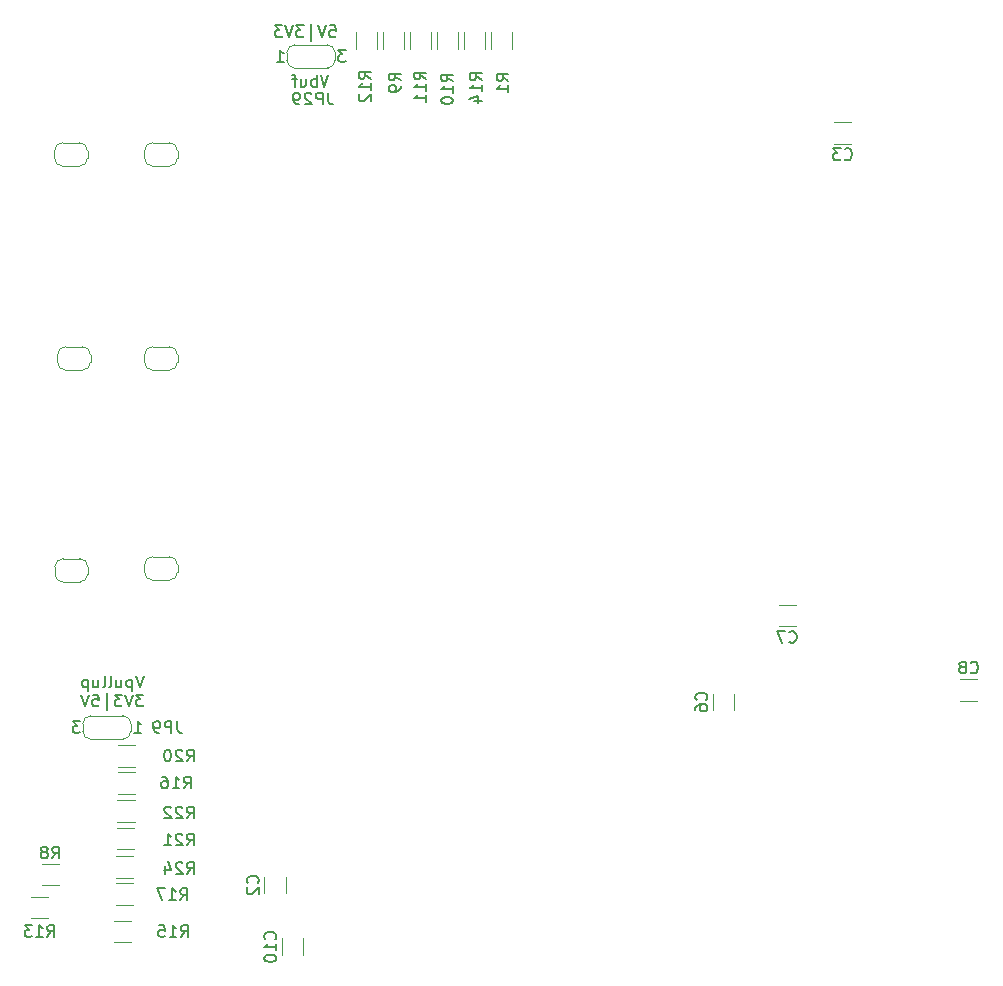
<source format=gbr>
%TF.GenerationSoftware,KiCad,Pcbnew,8.0.7-8.0.7-0~ubuntu22.04.1*%
%TF.CreationDate,2024-12-26T12:21:12+01:00*%
%TF.ProjectId,schematics_v10,73636865-6d61-4746-9963-735f7631302e,rev?*%
%TF.SameCoordinates,Original*%
%TF.FileFunction,Legend,Bot*%
%TF.FilePolarity,Positive*%
%FSLAX46Y46*%
G04 Gerber Fmt 4.6, Leading zero omitted, Abs format (unit mm)*
G04 Created by KiCad (PCBNEW 8.0.7-8.0.7-0~ubuntu22.04.1) date 2024-12-26 12:21:12*
%MOMM*%
%LPD*%
G01*
G04 APERTURE LIST*
%ADD10C,0.150000*%
%ADD11C,0.120000*%
G04 APERTURE END LIST*
D10*
X76768077Y-119687875D02*
X76434744Y-120687875D01*
X76434744Y-120687875D02*
X76101411Y-119687875D01*
X75768077Y-120021208D02*
X75768077Y-121021208D01*
X75768077Y-120068827D02*
X75672839Y-120021208D01*
X75672839Y-120021208D02*
X75482363Y-120021208D01*
X75482363Y-120021208D02*
X75387125Y-120068827D01*
X75387125Y-120068827D02*
X75339506Y-120116446D01*
X75339506Y-120116446D02*
X75291887Y-120211684D01*
X75291887Y-120211684D02*
X75291887Y-120497398D01*
X75291887Y-120497398D02*
X75339506Y-120592636D01*
X75339506Y-120592636D02*
X75387125Y-120640256D01*
X75387125Y-120640256D02*
X75482363Y-120687875D01*
X75482363Y-120687875D02*
X75672839Y-120687875D01*
X75672839Y-120687875D02*
X75768077Y-120640256D01*
X74434744Y-120021208D02*
X74434744Y-120687875D01*
X74863315Y-120021208D02*
X74863315Y-120545017D01*
X74863315Y-120545017D02*
X74815696Y-120640256D01*
X74815696Y-120640256D02*
X74720458Y-120687875D01*
X74720458Y-120687875D02*
X74577601Y-120687875D01*
X74577601Y-120687875D02*
X74482363Y-120640256D01*
X74482363Y-120640256D02*
X74434744Y-120592636D01*
X73815696Y-120687875D02*
X73910934Y-120640256D01*
X73910934Y-120640256D02*
X73958553Y-120545017D01*
X73958553Y-120545017D02*
X73958553Y-119687875D01*
X73291886Y-120687875D02*
X73387124Y-120640256D01*
X73387124Y-120640256D02*
X73434743Y-120545017D01*
X73434743Y-120545017D02*
X73434743Y-119687875D01*
X72482362Y-120021208D02*
X72482362Y-120687875D01*
X72910933Y-120021208D02*
X72910933Y-120545017D01*
X72910933Y-120545017D02*
X72863314Y-120640256D01*
X72863314Y-120640256D02*
X72768076Y-120687875D01*
X72768076Y-120687875D02*
X72625219Y-120687875D01*
X72625219Y-120687875D02*
X72529981Y-120640256D01*
X72529981Y-120640256D02*
X72482362Y-120592636D01*
X72006171Y-120021208D02*
X72006171Y-121021208D01*
X72006171Y-120068827D02*
X71910933Y-120021208D01*
X71910933Y-120021208D02*
X71720457Y-120021208D01*
X71720457Y-120021208D02*
X71625219Y-120068827D01*
X71625219Y-120068827D02*
X71577600Y-120116446D01*
X71577600Y-120116446D02*
X71529981Y-120211684D01*
X71529981Y-120211684D02*
X71529981Y-120497398D01*
X71529981Y-120497398D02*
X71577600Y-120592636D01*
X71577600Y-120592636D02*
X71625219Y-120640256D01*
X71625219Y-120640256D02*
X71720457Y-120687875D01*
X71720457Y-120687875D02*
X71910933Y-120687875D01*
X71910933Y-120687875D02*
X72006171Y-120640256D01*
X76720458Y-121297819D02*
X76101411Y-121297819D01*
X76101411Y-121297819D02*
X76434744Y-121678771D01*
X76434744Y-121678771D02*
X76291887Y-121678771D01*
X76291887Y-121678771D02*
X76196649Y-121726390D01*
X76196649Y-121726390D02*
X76149030Y-121774009D01*
X76149030Y-121774009D02*
X76101411Y-121869247D01*
X76101411Y-121869247D02*
X76101411Y-122107342D01*
X76101411Y-122107342D02*
X76149030Y-122202580D01*
X76149030Y-122202580D02*
X76196649Y-122250200D01*
X76196649Y-122250200D02*
X76291887Y-122297819D01*
X76291887Y-122297819D02*
X76577601Y-122297819D01*
X76577601Y-122297819D02*
X76672839Y-122250200D01*
X76672839Y-122250200D02*
X76720458Y-122202580D01*
X75815696Y-121297819D02*
X75482363Y-122297819D01*
X75482363Y-122297819D02*
X75149030Y-121297819D01*
X74910934Y-121297819D02*
X74291887Y-121297819D01*
X74291887Y-121297819D02*
X74625220Y-121678771D01*
X74625220Y-121678771D02*
X74482363Y-121678771D01*
X74482363Y-121678771D02*
X74387125Y-121726390D01*
X74387125Y-121726390D02*
X74339506Y-121774009D01*
X74339506Y-121774009D02*
X74291887Y-121869247D01*
X74291887Y-121869247D02*
X74291887Y-122107342D01*
X74291887Y-122107342D02*
X74339506Y-122202580D01*
X74339506Y-122202580D02*
X74387125Y-122250200D01*
X74387125Y-122250200D02*
X74482363Y-122297819D01*
X74482363Y-122297819D02*
X74768077Y-122297819D01*
X74768077Y-122297819D02*
X74863315Y-122250200D01*
X74863315Y-122250200D02*
X74910934Y-122202580D01*
X73625220Y-122631152D02*
X73625220Y-121202580D01*
X72434744Y-121297819D02*
X72910934Y-121297819D01*
X72910934Y-121297819D02*
X72958553Y-121774009D01*
X72958553Y-121774009D02*
X72910934Y-121726390D01*
X72910934Y-121726390D02*
X72815696Y-121678771D01*
X72815696Y-121678771D02*
X72577601Y-121678771D01*
X72577601Y-121678771D02*
X72482363Y-121726390D01*
X72482363Y-121726390D02*
X72434744Y-121774009D01*
X72434744Y-121774009D02*
X72387125Y-121869247D01*
X72387125Y-121869247D02*
X72387125Y-122107342D01*
X72387125Y-122107342D02*
X72434744Y-122202580D01*
X72434744Y-122202580D02*
X72482363Y-122250200D01*
X72482363Y-122250200D02*
X72577601Y-122297819D01*
X72577601Y-122297819D02*
X72815696Y-122297819D01*
X72815696Y-122297819D02*
X72910934Y-122250200D01*
X72910934Y-122250200D02*
X72958553Y-122202580D01*
X72101410Y-121297819D02*
X71768077Y-122297819D01*
X71768077Y-122297819D02*
X71434744Y-121297819D01*
X92389077Y-68846819D02*
X92055744Y-69846819D01*
X92055744Y-69846819D02*
X91722411Y-68846819D01*
X91389077Y-69846819D02*
X91389077Y-68846819D01*
X91389077Y-69227771D02*
X91293839Y-69180152D01*
X91293839Y-69180152D02*
X91103363Y-69180152D01*
X91103363Y-69180152D02*
X91008125Y-69227771D01*
X91008125Y-69227771D02*
X90960506Y-69275390D01*
X90960506Y-69275390D02*
X90912887Y-69370628D01*
X90912887Y-69370628D02*
X90912887Y-69656342D01*
X90912887Y-69656342D02*
X90960506Y-69751580D01*
X90960506Y-69751580D02*
X91008125Y-69799200D01*
X91008125Y-69799200D02*
X91103363Y-69846819D01*
X91103363Y-69846819D02*
X91293839Y-69846819D01*
X91293839Y-69846819D02*
X91389077Y-69799200D01*
X90055744Y-69180152D02*
X90055744Y-69846819D01*
X90484315Y-69180152D02*
X90484315Y-69703961D01*
X90484315Y-69703961D02*
X90436696Y-69799200D01*
X90436696Y-69799200D02*
X90341458Y-69846819D01*
X90341458Y-69846819D02*
X90198601Y-69846819D01*
X90198601Y-69846819D02*
X90103363Y-69799200D01*
X90103363Y-69799200D02*
X90055744Y-69751580D01*
X89722410Y-69180152D02*
X89341458Y-69180152D01*
X89579553Y-69846819D02*
X89579553Y-68989676D01*
X89579553Y-68989676D02*
X89531934Y-68894438D01*
X89531934Y-68894438D02*
X89436696Y-68846819D01*
X89436696Y-68846819D02*
X89341458Y-68846819D01*
X92486830Y-64636214D02*
X92963020Y-64636214D01*
X92963020Y-64636214D02*
X93010639Y-65112404D01*
X93010639Y-65112404D02*
X92963020Y-65064785D01*
X92963020Y-65064785D02*
X92867782Y-65017166D01*
X92867782Y-65017166D02*
X92629687Y-65017166D01*
X92629687Y-65017166D02*
X92534449Y-65064785D01*
X92534449Y-65064785D02*
X92486830Y-65112404D01*
X92486830Y-65112404D02*
X92439211Y-65207642D01*
X92439211Y-65207642D02*
X92439211Y-65445737D01*
X92439211Y-65445737D02*
X92486830Y-65540975D01*
X92486830Y-65540975D02*
X92534449Y-65588595D01*
X92534449Y-65588595D02*
X92629687Y-65636214D01*
X92629687Y-65636214D02*
X92867782Y-65636214D01*
X92867782Y-65636214D02*
X92963020Y-65588595D01*
X92963020Y-65588595D02*
X93010639Y-65540975D01*
X92153496Y-64636214D02*
X91820163Y-65636214D01*
X91820163Y-65636214D02*
X91486830Y-64636214D01*
X90915401Y-65969547D02*
X90915401Y-64540975D01*
X90296353Y-64636214D02*
X89677306Y-64636214D01*
X89677306Y-64636214D02*
X90010639Y-65017166D01*
X90010639Y-65017166D02*
X89867782Y-65017166D01*
X89867782Y-65017166D02*
X89772544Y-65064785D01*
X89772544Y-65064785D02*
X89724925Y-65112404D01*
X89724925Y-65112404D02*
X89677306Y-65207642D01*
X89677306Y-65207642D02*
X89677306Y-65445737D01*
X89677306Y-65445737D02*
X89724925Y-65540975D01*
X89724925Y-65540975D02*
X89772544Y-65588595D01*
X89772544Y-65588595D02*
X89867782Y-65636214D01*
X89867782Y-65636214D02*
X90153496Y-65636214D01*
X90153496Y-65636214D02*
X90248734Y-65588595D01*
X90248734Y-65588595D02*
X90296353Y-65540975D01*
X89391591Y-64636214D02*
X89058258Y-65636214D01*
X89058258Y-65636214D02*
X88724925Y-64636214D01*
X88486829Y-64636214D02*
X87867782Y-64636214D01*
X87867782Y-64636214D02*
X88201115Y-65017166D01*
X88201115Y-65017166D02*
X88058258Y-65017166D01*
X88058258Y-65017166D02*
X87963020Y-65064785D01*
X87963020Y-65064785D02*
X87915401Y-65112404D01*
X87915401Y-65112404D02*
X87867782Y-65207642D01*
X87867782Y-65207642D02*
X87867782Y-65445737D01*
X87867782Y-65445737D02*
X87915401Y-65540975D01*
X87915401Y-65540975D02*
X87963020Y-65588595D01*
X87963020Y-65588595D02*
X88058258Y-65636214D01*
X88058258Y-65636214D02*
X88343972Y-65636214D01*
X88343972Y-65636214D02*
X88439210Y-65588595D01*
X88439210Y-65588595D02*
X88486829Y-65540975D01*
X80144857Y-129232819D02*
X80478190Y-128756628D01*
X80716285Y-129232819D02*
X80716285Y-128232819D01*
X80716285Y-128232819D02*
X80335333Y-128232819D01*
X80335333Y-128232819D02*
X80240095Y-128280438D01*
X80240095Y-128280438D02*
X80192476Y-128328057D01*
X80192476Y-128328057D02*
X80144857Y-128423295D01*
X80144857Y-128423295D02*
X80144857Y-128566152D01*
X80144857Y-128566152D02*
X80192476Y-128661390D01*
X80192476Y-128661390D02*
X80240095Y-128709009D01*
X80240095Y-128709009D02*
X80335333Y-128756628D01*
X80335333Y-128756628D02*
X80716285Y-128756628D01*
X79192476Y-129232819D02*
X79763904Y-129232819D01*
X79478190Y-129232819D02*
X79478190Y-128232819D01*
X79478190Y-128232819D02*
X79573428Y-128375676D01*
X79573428Y-128375676D02*
X79668666Y-128470914D01*
X79668666Y-128470914D02*
X79763904Y-128518533D01*
X78335333Y-128232819D02*
X78525809Y-128232819D01*
X78525809Y-128232819D02*
X78621047Y-128280438D01*
X78621047Y-128280438D02*
X78668666Y-128328057D01*
X78668666Y-128328057D02*
X78763904Y-128470914D01*
X78763904Y-128470914D02*
X78811523Y-128661390D01*
X78811523Y-128661390D02*
X78811523Y-129042342D01*
X78811523Y-129042342D02*
X78763904Y-129137580D01*
X78763904Y-129137580D02*
X78716285Y-129185200D01*
X78716285Y-129185200D02*
X78621047Y-129232819D01*
X78621047Y-129232819D02*
X78430571Y-129232819D01*
X78430571Y-129232819D02*
X78335333Y-129185200D01*
X78335333Y-129185200D02*
X78287714Y-129137580D01*
X78287714Y-129137580D02*
X78240095Y-129042342D01*
X78240095Y-129042342D02*
X78240095Y-128804247D01*
X78240095Y-128804247D02*
X78287714Y-128709009D01*
X78287714Y-128709009D02*
X78335333Y-128661390D01*
X78335333Y-128661390D02*
X78430571Y-128613771D01*
X78430571Y-128613771D02*
X78621047Y-128613771D01*
X78621047Y-128613771D02*
X78716285Y-128661390D01*
X78716285Y-128661390D02*
X78763904Y-128709009D01*
X78763904Y-128709009D02*
X78811523Y-128804247D01*
X105353866Y-69267949D02*
X104877675Y-68934616D01*
X105353866Y-68696521D02*
X104353866Y-68696521D01*
X104353866Y-68696521D02*
X104353866Y-69077473D01*
X104353866Y-69077473D02*
X104401485Y-69172711D01*
X104401485Y-69172711D02*
X104449104Y-69220330D01*
X104449104Y-69220330D02*
X104544342Y-69267949D01*
X104544342Y-69267949D02*
X104687199Y-69267949D01*
X104687199Y-69267949D02*
X104782437Y-69220330D01*
X104782437Y-69220330D02*
X104830056Y-69172711D01*
X104830056Y-69172711D02*
X104877675Y-69077473D01*
X104877675Y-69077473D02*
X104877675Y-68696521D01*
X105353866Y-70220330D02*
X105353866Y-69648902D01*
X105353866Y-69934616D02*
X104353866Y-69934616D01*
X104353866Y-69934616D02*
X104496723Y-69839378D01*
X104496723Y-69839378D02*
X104591961Y-69744140D01*
X104591961Y-69744140D02*
X104639580Y-69648902D01*
X104687199Y-71077473D02*
X105353866Y-71077473D01*
X104306247Y-70839378D02*
X105020532Y-70601283D01*
X105020532Y-70601283D02*
X105020532Y-71220330D01*
X79856857Y-138713819D02*
X80190190Y-138237628D01*
X80428285Y-138713819D02*
X80428285Y-137713819D01*
X80428285Y-137713819D02*
X80047333Y-137713819D01*
X80047333Y-137713819D02*
X79952095Y-137761438D01*
X79952095Y-137761438D02*
X79904476Y-137809057D01*
X79904476Y-137809057D02*
X79856857Y-137904295D01*
X79856857Y-137904295D02*
X79856857Y-138047152D01*
X79856857Y-138047152D02*
X79904476Y-138142390D01*
X79904476Y-138142390D02*
X79952095Y-138190009D01*
X79952095Y-138190009D02*
X80047333Y-138237628D01*
X80047333Y-138237628D02*
X80428285Y-138237628D01*
X78904476Y-138713819D02*
X79475904Y-138713819D01*
X79190190Y-138713819D02*
X79190190Y-137713819D01*
X79190190Y-137713819D02*
X79285428Y-137856676D01*
X79285428Y-137856676D02*
X79380666Y-137951914D01*
X79380666Y-137951914D02*
X79475904Y-137999533D01*
X78571142Y-137713819D02*
X77904476Y-137713819D01*
X77904476Y-137713819D02*
X78333047Y-138713819D01*
X95958819Y-69155142D02*
X95482628Y-68821809D01*
X95958819Y-68583714D02*
X94958819Y-68583714D01*
X94958819Y-68583714D02*
X94958819Y-68964666D01*
X94958819Y-68964666D02*
X95006438Y-69059904D01*
X95006438Y-69059904D02*
X95054057Y-69107523D01*
X95054057Y-69107523D02*
X95149295Y-69155142D01*
X95149295Y-69155142D02*
X95292152Y-69155142D01*
X95292152Y-69155142D02*
X95387390Y-69107523D01*
X95387390Y-69107523D02*
X95435009Y-69059904D01*
X95435009Y-69059904D02*
X95482628Y-68964666D01*
X95482628Y-68964666D02*
X95482628Y-68583714D01*
X95958819Y-70107523D02*
X95958819Y-69536095D01*
X95958819Y-69821809D02*
X94958819Y-69821809D01*
X94958819Y-69821809D02*
X95101676Y-69726571D01*
X95101676Y-69726571D02*
X95196914Y-69631333D01*
X95196914Y-69631333D02*
X95244533Y-69536095D01*
X95054057Y-70488476D02*
X95006438Y-70536095D01*
X95006438Y-70536095D02*
X94958819Y-70631333D01*
X94958819Y-70631333D02*
X94958819Y-70869428D01*
X94958819Y-70869428D02*
X95006438Y-70964666D01*
X95006438Y-70964666D02*
X95054057Y-71012285D01*
X95054057Y-71012285D02*
X95149295Y-71059904D01*
X95149295Y-71059904D02*
X95244533Y-71059904D01*
X95244533Y-71059904D02*
X95387390Y-71012285D01*
X95387390Y-71012285D02*
X95958819Y-70440857D01*
X95958819Y-70440857D02*
X95958819Y-71059904D01*
X92368523Y-70320819D02*
X92368523Y-71035104D01*
X92368523Y-71035104D02*
X92416142Y-71177961D01*
X92416142Y-71177961D02*
X92511380Y-71273200D01*
X92511380Y-71273200D02*
X92654237Y-71320819D01*
X92654237Y-71320819D02*
X92749475Y-71320819D01*
X91892332Y-71320819D02*
X91892332Y-70320819D01*
X91892332Y-70320819D02*
X91511380Y-70320819D01*
X91511380Y-70320819D02*
X91416142Y-70368438D01*
X91416142Y-70368438D02*
X91368523Y-70416057D01*
X91368523Y-70416057D02*
X91320904Y-70511295D01*
X91320904Y-70511295D02*
X91320904Y-70654152D01*
X91320904Y-70654152D02*
X91368523Y-70749390D01*
X91368523Y-70749390D02*
X91416142Y-70797009D01*
X91416142Y-70797009D02*
X91511380Y-70844628D01*
X91511380Y-70844628D02*
X91892332Y-70844628D01*
X90939951Y-70416057D02*
X90892332Y-70368438D01*
X90892332Y-70368438D02*
X90797094Y-70320819D01*
X90797094Y-70320819D02*
X90558999Y-70320819D01*
X90558999Y-70320819D02*
X90463761Y-70368438D01*
X90463761Y-70368438D02*
X90416142Y-70416057D01*
X90416142Y-70416057D02*
X90368523Y-70511295D01*
X90368523Y-70511295D02*
X90368523Y-70606533D01*
X90368523Y-70606533D02*
X90416142Y-70749390D01*
X90416142Y-70749390D02*
X90987570Y-71320819D01*
X90987570Y-71320819D02*
X90368523Y-71320819D01*
X89892332Y-71320819D02*
X89701856Y-71320819D01*
X89701856Y-71320819D02*
X89606618Y-71273200D01*
X89606618Y-71273200D02*
X89558999Y-71225580D01*
X89558999Y-71225580D02*
X89463761Y-71082723D01*
X89463761Y-71082723D02*
X89416142Y-70892247D01*
X89416142Y-70892247D02*
X89416142Y-70511295D01*
X89416142Y-70511295D02*
X89463761Y-70416057D01*
X89463761Y-70416057D02*
X89511380Y-70368438D01*
X89511380Y-70368438D02*
X89606618Y-70320819D01*
X89606618Y-70320819D02*
X89797094Y-70320819D01*
X89797094Y-70320819D02*
X89892332Y-70368438D01*
X89892332Y-70368438D02*
X89939951Y-70416057D01*
X89939951Y-70416057D02*
X89987570Y-70511295D01*
X89987570Y-70511295D02*
X89987570Y-70749390D01*
X89987570Y-70749390D02*
X89939951Y-70844628D01*
X89939951Y-70844628D02*
X89892332Y-70892247D01*
X89892332Y-70892247D02*
X89797094Y-70939866D01*
X89797094Y-70939866D02*
X89606618Y-70939866D01*
X89606618Y-70939866D02*
X89511380Y-70892247D01*
X89511380Y-70892247D02*
X89463761Y-70844628D01*
X89463761Y-70844628D02*
X89416142Y-70749390D01*
X93850132Y-66719814D02*
X93231085Y-66719814D01*
X93231085Y-66719814D02*
X93564418Y-67100766D01*
X93564418Y-67100766D02*
X93421561Y-67100766D01*
X93421561Y-67100766D02*
X93326323Y-67148385D01*
X93326323Y-67148385D02*
X93278704Y-67196004D01*
X93278704Y-67196004D02*
X93231085Y-67291242D01*
X93231085Y-67291242D02*
X93231085Y-67529337D01*
X93231085Y-67529337D02*
X93278704Y-67624575D01*
X93278704Y-67624575D02*
X93326323Y-67672195D01*
X93326323Y-67672195D02*
X93421561Y-67719814D01*
X93421561Y-67719814D02*
X93707275Y-67719814D01*
X93707275Y-67719814D02*
X93802513Y-67672195D01*
X93802513Y-67672195D02*
X93850132Y-67624575D01*
X88031085Y-67719814D02*
X88602513Y-67719814D01*
X88316799Y-67719814D02*
X88316799Y-66719814D01*
X88316799Y-66719814D02*
X88412037Y-66862671D01*
X88412037Y-66862671D02*
X88507275Y-66957909D01*
X88507275Y-66957909D02*
X88602513Y-67005528D01*
X100657819Y-69207142D02*
X100181628Y-68873809D01*
X100657819Y-68635714D02*
X99657819Y-68635714D01*
X99657819Y-68635714D02*
X99657819Y-69016666D01*
X99657819Y-69016666D02*
X99705438Y-69111904D01*
X99705438Y-69111904D02*
X99753057Y-69159523D01*
X99753057Y-69159523D02*
X99848295Y-69207142D01*
X99848295Y-69207142D02*
X99991152Y-69207142D01*
X99991152Y-69207142D02*
X100086390Y-69159523D01*
X100086390Y-69159523D02*
X100134009Y-69111904D01*
X100134009Y-69111904D02*
X100181628Y-69016666D01*
X100181628Y-69016666D02*
X100181628Y-68635714D01*
X100657819Y-70159523D02*
X100657819Y-69588095D01*
X100657819Y-69873809D02*
X99657819Y-69873809D01*
X99657819Y-69873809D02*
X99800676Y-69778571D01*
X99800676Y-69778571D02*
X99895914Y-69683333D01*
X99895914Y-69683333D02*
X99943533Y-69588095D01*
X100657819Y-71111904D02*
X100657819Y-70540476D01*
X100657819Y-70826190D02*
X99657819Y-70826190D01*
X99657819Y-70826190D02*
X99800676Y-70730952D01*
X99800676Y-70730952D02*
X99895914Y-70635714D01*
X99895914Y-70635714D02*
X99943533Y-70540476D01*
X87866780Y-142001742D02*
X87914400Y-141954123D01*
X87914400Y-141954123D02*
X87962019Y-141811266D01*
X87962019Y-141811266D02*
X87962019Y-141716028D01*
X87962019Y-141716028D02*
X87914400Y-141573171D01*
X87914400Y-141573171D02*
X87819161Y-141477933D01*
X87819161Y-141477933D02*
X87723923Y-141430314D01*
X87723923Y-141430314D02*
X87533447Y-141382695D01*
X87533447Y-141382695D02*
X87390590Y-141382695D01*
X87390590Y-141382695D02*
X87200114Y-141430314D01*
X87200114Y-141430314D02*
X87104876Y-141477933D01*
X87104876Y-141477933D02*
X87009638Y-141573171D01*
X87009638Y-141573171D02*
X86962019Y-141716028D01*
X86962019Y-141716028D02*
X86962019Y-141811266D01*
X86962019Y-141811266D02*
X87009638Y-141954123D01*
X87009638Y-141954123D02*
X87057257Y-142001742D01*
X87962019Y-142954123D02*
X87962019Y-142382695D01*
X87962019Y-142668409D02*
X86962019Y-142668409D01*
X86962019Y-142668409D02*
X87104876Y-142573171D01*
X87104876Y-142573171D02*
X87200114Y-142477933D01*
X87200114Y-142477933D02*
X87247733Y-142382695D01*
X86962019Y-143573171D02*
X86962019Y-143668409D01*
X86962019Y-143668409D02*
X87009638Y-143763647D01*
X87009638Y-143763647D02*
X87057257Y-143811266D01*
X87057257Y-143811266D02*
X87152495Y-143858885D01*
X87152495Y-143858885D02*
X87342971Y-143906504D01*
X87342971Y-143906504D02*
X87581066Y-143906504D01*
X87581066Y-143906504D02*
X87771542Y-143858885D01*
X87771542Y-143858885D02*
X87866780Y-143811266D01*
X87866780Y-143811266D02*
X87914400Y-143763647D01*
X87914400Y-143763647D02*
X87962019Y-143668409D01*
X87962019Y-143668409D02*
X87962019Y-143573171D01*
X87962019Y-143573171D02*
X87914400Y-143477933D01*
X87914400Y-143477933D02*
X87866780Y-143430314D01*
X87866780Y-143430314D02*
X87771542Y-143382695D01*
X87771542Y-143382695D02*
X87581066Y-143335076D01*
X87581066Y-143335076D02*
X87342971Y-143335076D01*
X87342971Y-143335076D02*
X87152495Y-143382695D01*
X87152495Y-143382695D02*
X87057257Y-143430314D01*
X87057257Y-143430314D02*
X87009638Y-143477933D01*
X87009638Y-143477933D02*
X86962019Y-143573171D01*
X86393580Y-137247333D02*
X86441200Y-137199714D01*
X86441200Y-137199714D02*
X86488819Y-137056857D01*
X86488819Y-137056857D02*
X86488819Y-136961619D01*
X86488819Y-136961619D02*
X86441200Y-136818762D01*
X86441200Y-136818762D02*
X86345961Y-136723524D01*
X86345961Y-136723524D02*
X86250723Y-136675905D01*
X86250723Y-136675905D02*
X86060247Y-136628286D01*
X86060247Y-136628286D02*
X85917390Y-136628286D01*
X85917390Y-136628286D02*
X85726914Y-136675905D01*
X85726914Y-136675905D02*
X85631676Y-136723524D01*
X85631676Y-136723524D02*
X85536438Y-136818762D01*
X85536438Y-136818762D02*
X85488819Y-136961619D01*
X85488819Y-136961619D02*
X85488819Y-137056857D01*
X85488819Y-137056857D02*
X85536438Y-137199714D01*
X85536438Y-137199714D02*
X85584057Y-137247333D01*
X85584057Y-137628286D02*
X85536438Y-137675905D01*
X85536438Y-137675905D02*
X85488819Y-137771143D01*
X85488819Y-137771143D02*
X85488819Y-138009238D01*
X85488819Y-138009238D02*
X85536438Y-138104476D01*
X85536438Y-138104476D02*
X85584057Y-138152095D01*
X85584057Y-138152095D02*
X85679295Y-138199714D01*
X85679295Y-138199714D02*
X85774533Y-138199714D01*
X85774533Y-138199714D02*
X85917390Y-138152095D01*
X85917390Y-138152095D02*
X86488819Y-137580667D01*
X86488819Y-137580667D02*
X86488819Y-138199714D01*
X68587857Y-141805819D02*
X68921190Y-141329628D01*
X69159285Y-141805819D02*
X69159285Y-140805819D01*
X69159285Y-140805819D02*
X68778333Y-140805819D01*
X68778333Y-140805819D02*
X68683095Y-140853438D01*
X68683095Y-140853438D02*
X68635476Y-140901057D01*
X68635476Y-140901057D02*
X68587857Y-140996295D01*
X68587857Y-140996295D02*
X68587857Y-141139152D01*
X68587857Y-141139152D02*
X68635476Y-141234390D01*
X68635476Y-141234390D02*
X68683095Y-141282009D01*
X68683095Y-141282009D02*
X68778333Y-141329628D01*
X68778333Y-141329628D02*
X69159285Y-141329628D01*
X67635476Y-141805819D02*
X68206904Y-141805819D01*
X67921190Y-141805819D02*
X67921190Y-140805819D01*
X67921190Y-140805819D02*
X68016428Y-140948676D01*
X68016428Y-140948676D02*
X68111666Y-141043914D01*
X68111666Y-141043914D02*
X68206904Y-141091533D01*
X67302142Y-140805819D02*
X66683095Y-140805819D01*
X66683095Y-140805819D02*
X67016428Y-141186771D01*
X67016428Y-141186771D02*
X66873571Y-141186771D01*
X66873571Y-141186771D02*
X66778333Y-141234390D01*
X66778333Y-141234390D02*
X66730714Y-141282009D01*
X66730714Y-141282009D02*
X66683095Y-141377247D01*
X66683095Y-141377247D02*
X66683095Y-141615342D01*
X66683095Y-141615342D02*
X66730714Y-141710580D01*
X66730714Y-141710580D02*
X66778333Y-141758200D01*
X66778333Y-141758200D02*
X66873571Y-141805819D01*
X66873571Y-141805819D02*
X67159285Y-141805819D01*
X67159285Y-141805819D02*
X67254523Y-141758200D01*
X67254523Y-141758200D02*
X67302142Y-141710580D01*
X79573333Y-123533819D02*
X79573333Y-124248104D01*
X79573333Y-124248104D02*
X79620952Y-124390961D01*
X79620952Y-124390961D02*
X79716190Y-124486200D01*
X79716190Y-124486200D02*
X79859047Y-124533819D01*
X79859047Y-124533819D02*
X79954285Y-124533819D01*
X79097142Y-124533819D02*
X79097142Y-123533819D01*
X79097142Y-123533819D02*
X78716190Y-123533819D01*
X78716190Y-123533819D02*
X78620952Y-123581438D01*
X78620952Y-123581438D02*
X78573333Y-123629057D01*
X78573333Y-123629057D02*
X78525714Y-123724295D01*
X78525714Y-123724295D02*
X78525714Y-123867152D01*
X78525714Y-123867152D02*
X78573333Y-123962390D01*
X78573333Y-123962390D02*
X78620952Y-124010009D01*
X78620952Y-124010009D02*
X78716190Y-124057628D01*
X78716190Y-124057628D02*
X79097142Y-124057628D01*
X78049523Y-124533819D02*
X77859047Y-124533819D01*
X77859047Y-124533819D02*
X77763809Y-124486200D01*
X77763809Y-124486200D02*
X77716190Y-124438580D01*
X77716190Y-124438580D02*
X77620952Y-124295723D01*
X77620952Y-124295723D02*
X77573333Y-124105247D01*
X77573333Y-124105247D02*
X77573333Y-123724295D01*
X77573333Y-123724295D02*
X77620952Y-123629057D01*
X77620952Y-123629057D02*
X77668571Y-123581438D01*
X77668571Y-123581438D02*
X77763809Y-123533819D01*
X77763809Y-123533819D02*
X77954285Y-123533819D01*
X77954285Y-123533819D02*
X78049523Y-123581438D01*
X78049523Y-123581438D02*
X78097142Y-123629057D01*
X78097142Y-123629057D02*
X78144761Y-123724295D01*
X78144761Y-123724295D02*
X78144761Y-123962390D01*
X78144761Y-123962390D02*
X78097142Y-124057628D01*
X78097142Y-124057628D02*
X78049523Y-124105247D01*
X78049523Y-124105247D02*
X77954285Y-124152866D01*
X77954285Y-124152866D02*
X77763809Y-124152866D01*
X77763809Y-124152866D02*
X77668571Y-124105247D01*
X77668571Y-124105247D02*
X77620952Y-124057628D01*
X77620952Y-124057628D02*
X77573333Y-123962390D01*
X75944285Y-124533819D02*
X76515713Y-124533819D01*
X76229999Y-124533819D02*
X76229999Y-123533819D01*
X76229999Y-123533819D02*
X76325237Y-123676676D01*
X76325237Y-123676676D02*
X76420475Y-123771914D01*
X76420475Y-123771914D02*
X76515713Y-123819533D01*
X71363332Y-123533819D02*
X70744285Y-123533819D01*
X70744285Y-123533819D02*
X71077618Y-123914771D01*
X71077618Y-123914771D02*
X70934761Y-123914771D01*
X70934761Y-123914771D02*
X70839523Y-123962390D01*
X70839523Y-123962390D02*
X70791904Y-124010009D01*
X70791904Y-124010009D02*
X70744285Y-124105247D01*
X70744285Y-124105247D02*
X70744285Y-124343342D01*
X70744285Y-124343342D02*
X70791904Y-124438580D01*
X70791904Y-124438580D02*
X70839523Y-124486200D01*
X70839523Y-124486200D02*
X70934761Y-124533819D01*
X70934761Y-124533819D02*
X71220475Y-124533819D01*
X71220475Y-124533819D02*
X71315713Y-124486200D01*
X71315713Y-124486200D02*
X71363332Y-124438580D01*
X80398857Y-126946819D02*
X80732190Y-126470628D01*
X80970285Y-126946819D02*
X80970285Y-125946819D01*
X80970285Y-125946819D02*
X80589333Y-125946819D01*
X80589333Y-125946819D02*
X80494095Y-125994438D01*
X80494095Y-125994438D02*
X80446476Y-126042057D01*
X80446476Y-126042057D02*
X80398857Y-126137295D01*
X80398857Y-126137295D02*
X80398857Y-126280152D01*
X80398857Y-126280152D02*
X80446476Y-126375390D01*
X80446476Y-126375390D02*
X80494095Y-126423009D01*
X80494095Y-126423009D02*
X80589333Y-126470628D01*
X80589333Y-126470628D02*
X80970285Y-126470628D01*
X80017904Y-126042057D02*
X79970285Y-125994438D01*
X79970285Y-125994438D02*
X79875047Y-125946819D01*
X79875047Y-125946819D02*
X79636952Y-125946819D01*
X79636952Y-125946819D02*
X79541714Y-125994438D01*
X79541714Y-125994438D02*
X79494095Y-126042057D01*
X79494095Y-126042057D02*
X79446476Y-126137295D01*
X79446476Y-126137295D02*
X79446476Y-126232533D01*
X79446476Y-126232533D02*
X79494095Y-126375390D01*
X79494095Y-126375390D02*
X80065523Y-126946819D01*
X80065523Y-126946819D02*
X79446476Y-126946819D01*
X78827428Y-125946819D02*
X78732190Y-125946819D01*
X78732190Y-125946819D02*
X78636952Y-125994438D01*
X78636952Y-125994438D02*
X78589333Y-126042057D01*
X78589333Y-126042057D02*
X78541714Y-126137295D01*
X78541714Y-126137295D02*
X78494095Y-126327771D01*
X78494095Y-126327771D02*
X78494095Y-126565866D01*
X78494095Y-126565866D02*
X78541714Y-126756342D01*
X78541714Y-126756342D02*
X78589333Y-126851580D01*
X78589333Y-126851580D02*
X78636952Y-126899200D01*
X78636952Y-126899200D02*
X78732190Y-126946819D01*
X78732190Y-126946819D02*
X78827428Y-126946819D01*
X78827428Y-126946819D02*
X78922666Y-126899200D01*
X78922666Y-126899200D02*
X78970285Y-126851580D01*
X78970285Y-126851580D02*
X79017904Y-126756342D01*
X79017904Y-126756342D02*
X79065523Y-126565866D01*
X79065523Y-126565866D02*
X79065523Y-126327771D01*
X79065523Y-126327771D02*
X79017904Y-126137295D01*
X79017904Y-126137295D02*
X78970285Y-126042057D01*
X78970285Y-126042057D02*
X78922666Y-125994438D01*
X78922666Y-125994438D02*
X78827428Y-125946819D01*
X80398857Y-131772819D02*
X80732190Y-131296628D01*
X80970285Y-131772819D02*
X80970285Y-130772819D01*
X80970285Y-130772819D02*
X80589333Y-130772819D01*
X80589333Y-130772819D02*
X80494095Y-130820438D01*
X80494095Y-130820438D02*
X80446476Y-130868057D01*
X80446476Y-130868057D02*
X80398857Y-130963295D01*
X80398857Y-130963295D02*
X80398857Y-131106152D01*
X80398857Y-131106152D02*
X80446476Y-131201390D01*
X80446476Y-131201390D02*
X80494095Y-131249009D01*
X80494095Y-131249009D02*
X80589333Y-131296628D01*
X80589333Y-131296628D02*
X80970285Y-131296628D01*
X80017904Y-130868057D02*
X79970285Y-130820438D01*
X79970285Y-130820438D02*
X79875047Y-130772819D01*
X79875047Y-130772819D02*
X79636952Y-130772819D01*
X79636952Y-130772819D02*
X79541714Y-130820438D01*
X79541714Y-130820438D02*
X79494095Y-130868057D01*
X79494095Y-130868057D02*
X79446476Y-130963295D01*
X79446476Y-130963295D02*
X79446476Y-131058533D01*
X79446476Y-131058533D02*
X79494095Y-131201390D01*
X79494095Y-131201390D02*
X80065523Y-131772819D01*
X80065523Y-131772819D02*
X79446476Y-131772819D01*
X79065523Y-130868057D02*
X79017904Y-130820438D01*
X79017904Y-130820438D02*
X78922666Y-130772819D01*
X78922666Y-130772819D02*
X78684571Y-130772819D01*
X78684571Y-130772819D02*
X78589333Y-130820438D01*
X78589333Y-130820438D02*
X78541714Y-130868057D01*
X78541714Y-130868057D02*
X78494095Y-130963295D01*
X78494095Y-130963295D02*
X78494095Y-131058533D01*
X78494095Y-131058533D02*
X78541714Y-131201390D01*
X78541714Y-131201390D02*
X79113142Y-131772819D01*
X79113142Y-131772819D02*
X78494095Y-131772819D01*
X80398857Y-136471819D02*
X80732190Y-135995628D01*
X80970285Y-136471819D02*
X80970285Y-135471819D01*
X80970285Y-135471819D02*
X80589333Y-135471819D01*
X80589333Y-135471819D02*
X80494095Y-135519438D01*
X80494095Y-135519438D02*
X80446476Y-135567057D01*
X80446476Y-135567057D02*
X80398857Y-135662295D01*
X80398857Y-135662295D02*
X80398857Y-135805152D01*
X80398857Y-135805152D02*
X80446476Y-135900390D01*
X80446476Y-135900390D02*
X80494095Y-135948009D01*
X80494095Y-135948009D02*
X80589333Y-135995628D01*
X80589333Y-135995628D02*
X80970285Y-135995628D01*
X80017904Y-135567057D02*
X79970285Y-135519438D01*
X79970285Y-135519438D02*
X79875047Y-135471819D01*
X79875047Y-135471819D02*
X79636952Y-135471819D01*
X79636952Y-135471819D02*
X79541714Y-135519438D01*
X79541714Y-135519438D02*
X79494095Y-135567057D01*
X79494095Y-135567057D02*
X79446476Y-135662295D01*
X79446476Y-135662295D02*
X79446476Y-135757533D01*
X79446476Y-135757533D02*
X79494095Y-135900390D01*
X79494095Y-135900390D02*
X80065523Y-136471819D01*
X80065523Y-136471819D02*
X79446476Y-136471819D01*
X78589333Y-135805152D02*
X78589333Y-136471819D01*
X78827428Y-135424200D02*
X79065523Y-136138485D01*
X79065523Y-136138485D02*
X78446476Y-136138485D01*
X80398857Y-134058819D02*
X80732190Y-133582628D01*
X80970285Y-134058819D02*
X80970285Y-133058819D01*
X80970285Y-133058819D02*
X80589333Y-133058819D01*
X80589333Y-133058819D02*
X80494095Y-133106438D01*
X80494095Y-133106438D02*
X80446476Y-133154057D01*
X80446476Y-133154057D02*
X80398857Y-133249295D01*
X80398857Y-133249295D02*
X80398857Y-133392152D01*
X80398857Y-133392152D02*
X80446476Y-133487390D01*
X80446476Y-133487390D02*
X80494095Y-133535009D01*
X80494095Y-133535009D02*
X80589333Y-133582628D01*
X80589333Y-133582628D02*
X80970285Y-133582628D01*
X80017904Y-133154057D02*
X79970285Y-133106438D01*
X79970285Y-133106438D02*
X79875047Y-133058819D01*
X79875047Y-133058819D02*
X79636952Y-133058819D01*
X79636952Y-133058819D02*
X79541714Y-133106438D01*
X79541714Y-133106438D02*
X79494095Y-133154057D01*
X79494095Y-133154057D02*
X79446476Y-133249295D01*
X79446476Y-133249295D02*
X79446476Y-133344533D01*
X79446476Y-133344533D02*
X79494095Y-133487390D01*
X79494095Y-133487390D02*
X80065523Y-134058819D01*
X80065523Y-134058819D02*
X79446476Y-134058819D01*
X78494095Y-134058819D02*
X79065523Y-134058819D01*
X78779809Y-134058819D02*
X78779809Y-133058819D01*
X78779809Y-133058819D02*
X78875047Y-133201676D01*
X78875047Y-133201676D02*
X78970285Y-133296914D01*
X78970285Y-133296914D02*
X79065523Y-133344533D01*
X107633355Y-69337140D02*
X107157164Y-69003807D01*
X107633355Y-68765712D02*
X106633355Y-68765712D01*
X106633355Y-68765712D02*
X106633355Y-69146664D01*
X106633355Y-69146664D02*
X106680974Y-69241902D01*
X106680974Y-69241902D02*
X106728593Y-69289521D01*
X106728593Y-69289521D02*
X106823831Y-69337140D01*
X106823831Y-69337140D02*
X106966688Y-69337140D01*
X106966688Y-69337140D02*
X107061926Y-69289521D01*
X107061926Y-69289521D02*
X107109545Y-69241902D01*
X107109545Y-69241902D02*
X107157164Y-69146664D01*
X107157164Y-69146664D02*
X107157164Y-68765712D01*
X107633355Y-70289521D02*
X107633355Y-69718093D01*
X107633355Y-70003807D02*
X106633355Y-70003807D01*
X106633355Y-70003807D02*
X106776212Y-69908569D01*
X106776212Y-69908569D02*
X106871450Y-69813331D01*
X106871450Y-69813331D02*
X106919069Y-69718093D01*
X131406666Y-116814380D02*
X131454285Y-116862000D01*
X131454285Y-116862000D02*
X131597142Y-116909619D01*
X131597142Y-116909619D02*
X131692380Y-116909619D01*
X131692380Y-116909619D02*
X131835237Y-116862000D01*
X131835237Y-116862000D02*
X131930475Y-116766761D01*
X131930475Y-116766761D02*
X131978094Y-116671523D01*
X131978094Y-116671523D02*
X132025713Y-116481047D01*
X132025713Y-116481047D02*
X132025713Y-116338190D01*
X132025713Y-116338190D02*
X131978094Y-116147714D01*
X131978094Y-116147714D02*
X131930475Y-116052476D01*
X131930475Y-116052476D02*
X131835237Y-115957238D01*
X131835237Y-115957238D02*
X131692380Y-115909619D01*
X131692380Y-115909619D02*
X131597142Y-115909619D01*
X131597142Y-115909619D02*
X131454285Y-115957238D01*
X131454285Y-115957238D02*
X131406666Y-116004857D01*
X131073332Y-115909619D02*
X130406666Y-115909619D01*
X130406666Y-115909619D02*
X130835237Y-116909619D01*
X79890857Y-141805819D02*
X80224190Y-141329628D01*
X80462285Y-141805819D02*
X80462285Y-140805819D01*
X80462285Y-140805819D02*
X80081333Y-140805819D01*
X80081333Y-140805819D02*
X79986095Y-140853438D01*
X79986095Y-140853438D02*
X79938476Y-140901057D01*
X79938476Y-140901057D02*
X79890857Y-140996295D01*
X79890857Y-140996295D02*
X79890857Y-141139152D01*
X79890857Y-141139152D02*
X79938476Y-141234390D01*
X79938476Y-141234390D02*
X79986095Y-141282009D01*
X79986095Y-141282009D02*
X80081333Y-141329628D01*
X80081333Y-141329628D02*
X80462285Y-141329628D01*
X78938476Y-141805819D02*
X79509904Y-141805819D01*
X79224190Y-141805819D02*
X79224190Y-140805819D01*
X79224190Y-140805819D02*
X79319428Y-140948676D01*
X79319428Y-140948676D02*
X79414666Y-141043914D01*
X79414666Y-141043914D02*
X79509904Y-141091533D01*
X78033714Y-140805819D02*
X78509904Y-140805819D01*
X78509904Y-140805819D02*
X78557523Y-141282009D01*
X78557523Y-141282009D02*
X78509904Y-141234390D01*
X78509904Y-141234390D02*
X78414666Y-141186771D01*
X78414666Y-141186771D02*
X78176571Y-141186771D01*
X78176571Y-141186771D02*
X78081333Y-141234390D01*
X78081333Y-141234390D02*
X78033714Y-141282009D01*
X78033714Y-141282009D02*
X77986095Y-141377247D01*
X77986095Y-141377247D02*
X77986095Y-141615342D01*
X77986095Y-141615342D02*
X78033714Y-141710580D01*
X78033714Y-141710580D02*
X78081333Y-141758200D01*
X78081333Y-141758200D02*
X78176571Y-141805819D01*
X78176571Y-141805819D02*
X78414666Y-141805819D01*
X78414666Y-141805819D02*
X78509904Y-141758200D01*
X78509904Y-141758200D02*
X78557523Y-141710580D01*
X146775466Y-119413580D02*
X146823085Y-119461200D01*
X146823085Y-119461200D02*
X146965942Y-119508819D01*
X146965942Y-119508819D02*
X147061180Y-119508819D01*
X147061180Y-119508819D02*
X147204037Y-119461200D01*
X147204037Y-119461200D02*
X147299275Y-119365961D01*
X147299275Y-119365961D02*
X147346894Y-119270723D01*
X147346894Y-119270723D02*
X147394513Y-119080247D01*
X147394513Y-119080247D02*
X147394513Y-118937390D01*
X147394513Y-118937390D02*
X147346894Y-118746914D01*
X147346894Y-118746914D02*
X147299275Y-118651676D01*
X147299275Y-118651676D02*
X147204037Y-118556438D01*
X147204037Y-118556438D02*
X147061180Y-118508819D01*
X147061180Y-118508819D02*
X146965942Y-118508819D01*
X146965942Y-118508819D02*
X146823085Y-118556438D01*
X146823085Y-118556438D02*
X146775466Y-118604057D01*
X146204037Y-118937390D02*
X146299275Y-118889771D01*
X146299275Y-118889771D02*
X146346894Y-118842152D01*
X146346894Y-118842152D02*
X146394513Y-118746914D01*
X146394513Y-118746914D02*
X146394513Y-118699295D01*
X146394513Y-118699295D02*
X146346894Y-118604057D01*
X146346894Y-118604057D02*
X146299275Y-118556438D01*
X146299275Y-118556438D02*
X146204037Y-118508819D01*
X146204037Y-118508819D02*
X146013561Y-118508819D01*
X146013561Y-118508819D02*
X145918323Y-118556438D01*
X145918323Y-118556438D02*
X145870704Y-118604057D01*
X145870704Y-118604057D02*
X145823085Y-118699295D01*
X145823085Y-118699295D02*
X145823085Y-118746914D01*
X145823085Y-118746914D02*
X145870704Y-118842152D01*
X145870704Y-118842152D02*
X145918323Y-118889771D01*
X145918323Y-118889771D02*
X146013561Y-118937390D01*
X146013561Y-118937390D02*
X146204037Y-118937390D01*
X146204037Y-118937390D02*
X146299275Y-118985009D01*
X146299275Y-118985009D02*
X146346894Y-119032628D01*
X146346894Y-119032628D02*
X146394513Y-119127866D01*
X146394513Y-119127866D02*
X146394513Y-119318342D01*
X146394513Y-119318342D02*
X146346894Y-119413580D01*
X146346894Y-119413580D02*
X146299275Y-119461200D01*
X146299275Y-119461200D02*
X146204037Y-119508819D01*
X146204037Y-119508819D02*
X146013561Y-119508819D01*
X146013561Y-119508819D02*
X145918323Y-119461200D01*
X145918323Y-119461200D02*
X145870704Y-119413580D01*
X145870704Y-119413580D02*
X145823085Y-119318342D01*
X145823085Y-119318342D02*
X145823085Y-119127866D01*
X145823085Y-119127866D02*
X145870704Y-119032628D01*
X145870704Y-119032628D02*
X145918323Y-118985009D01*
X145918323Y-118985009D02*
X146013561Y-118937390D01*
X136087666Y-75951575D02*
X136135285Y-75999195D01*
X136135285Y-75999195D02*
X136278142Y-76046814D01*
X136278142Y-76046814D02*
X136373380Y-76046814D01*
X136373380Y-76046814D02*
X136516237Y-75999195D01*
X136516237Y-75999195D02*
X136611475Y-75903956D01*
X136611475Y-75903956D02*
X136659094Y-75808718D01*
X136659094Y-75808718D02*
X136706713Y-75618242D01*
X136706713Y-75618242D02*
X136706713Y-75475385D01*
X136706713Y-75475385D02*
X136659094Y-75284909D01*
X136659094Y-75284909D02*
X136611475Y-75189671D01*
X136611475Y-75189671D02*
X136516237Y-75094433D01*
X136516237Y-75094433D02*
X136373380Y-75046814D01*
X136373380Y-75046814D02*
X136278142Y-75046814D01*
X136278142Y-75046814D02*
X136135285Y-75094433D01*
X136135285Y-75094433D02*
X136087666Y-75142052D01*
X135754332Y-75046814D02*
X135135285Y-75046814D01*
X135135285Y-75046814D02*
X135468618Y-75427766D01*
X135468618Y-75427766D02*
X135325761Y-75427766D01*
X135325761Y-75427766D02*
X135230523Y-75475385D01*
X135230523Y-75475385D02*
X135182904Y-75523004D01*
X135182904Y-75523004D02*
X135135285Y-75618242D01*
X135135285Y-75618242D02*
X135135285Y-75856337D01*
X135135285Y-75856337D02*
X135182904Y-75951575D01*
X135182904Y-75951575D02*
X135230523Y-75999195D01*
X135230523Y-75999195D02*
X135325761Y-76046814D01*
X135325761Y-76046814D02*
X135611475Y-76046814D01*
X135611475Y-76046814D02*
X135706713Y-75999195D01*
X135706713Y-75999195D02*
X135754332Y-75951575D01*
X69000666Y-135159819D02*
X69333999Y-134683628D01*
X69572094Y-135159819D02*
X69572094Y-134159819D01*
X69572094Y-134159819D02*
X69191142Y-134159819D01*
X69191142Y-134159819D02*
X69095904Y-134207438D01*
X69095904Y-134207438D02*
X69048285Y-134255057D01*
X69048285Y-134255057D02*
X69000666Y-134350295D01*
X69000666Y-134350295D02*
X69000666Y-134493152D01*
X69000666Y-134493152D02*
X69048285Y-134588390D01*
X69048285Y-134588390D02*
X69095904Y-134636009D01*
X69095904Y-134636009D02*
X69191142Y-134683628D01*
X69191142Y-134683628D02*
X69572094Y-134683628D01*
X68429237Y-134588390D02*
X68524475Y-134540771D01*
X68524475Y-134540771D02*
X68572094Y-134493152D01*
X68572094Y-134493152D02*
X68619713Y-134397914D01*
X68619713Y-134397914D02*
X68619713Y-134350295D01*
X68619713Y-134350295D02*
X68572094Y-134255057D01*
X68572094Y-134255057D02*
X68524475Y-134207438D01*
X68524475Y-134207438D02*
X68429237Y-134159819D01*
X68429237Y-134159819D02*
X68238761Y-134159819D01*
X68238761Y-134159819D02*
X68143523Y-134207438D01*
X68143523Y-134207438D02*
X68095904Y-134255057D01*
X68095904Y-134255057D02*
X68048285Y-134350295D01*
X68048285Y-134350295D02*
X68048285Y-134397914D01*
X68048285Y-134397914D02*
X68095904Y-134493152D01*
X68095904Y-134493152D02*
X68143523Y-134540771D01*
X68143523Y-134540771D02*
X68238761Y-134588390D01*
X68238761Y-134588390D02*
X68429237Y-134588390D01*
X68429237Y-134588390D02*
X68524475Y-134636009D01*
X68524475Y-134636009D02*
X68572094Y-134683628D01*
X68572094Y-134683628D02*
X68619713Y-134778866D01*
X68619713Y-134778866D02*
X68619713Y-134969342D01*
X68619713Y-134969342D02*
X68572094Y-135064580D01*
X68572094Y-135064580D02*
X68524475Y-135112200D01*
X68524475Y-135112200D02*
X68429237Y-135159819D01*
X68429237Y-135159819D02*
X68238761Y-135159819D01*
X68238761Y-135159819D02*
X68143523Y-135112200D01*
X68143523Y-135112200D02*
X68095904Y-135064580D01*
X68095904Y-135064580D02*
X68048285Y-134969342D01*
X68048285Y-134969342D02*
X68048285Y-134778866D01*
X68048285Y-134778866D02*
X68095904Y-134683628D01*
X68095904Y-134683628D02*
X68143523Y-134636009D01*
X68143523Y-134636009D02*
X68238761Y-134588390D01*
X102943819Y-69386142D02*
X102467628Y-69052809D01*
X102943819Y-68814714D02*
X101943819Y-68814714D01*
X101943819Y-68814714D02*
X101943819Y-69195666D01*
X101943819Y-69195666D02*
X101991438Y-69290904D01*
X101991438Y-69290904D02*
X102039057Y-69338523D01*
X102039057Y-69338523D02*
X102134295Y-69386142D01*
X102134295Y-69386142D02*
X102277152Y-69386142D01*
X102277152Y-69386142D02*
X102372390Y-69338523D01*
X102372390Y-69338523D02*
X102420009Y-69290904D01*
X102420009Y-69290904D02*
X102467628Y-69195666D01*
X102467628Y-69195666D02*
X102467628Y-68814714D01*
X102943819Y-70338523D02*
X102943819Y-69767095D01*
X102943819Y-70052809D02*
X101943819Y-70052809D01*
X101943819Y-70052809D02*
X102086676Y-69957571D01*
X102086676Y-69957571D02*
X102181914Y-69862333D01*
X102181914Y-69862333D02*
X102229533Y-69767095D01*
X101943819Y-70957571D02*
X101943819Y-71052809D01*
X101943819Y-71052809D02*
X101991438Y-71148047D01*
X101991438Y-71148047D02*
X102039057Y-71195666D01*
X102039057Y-71195666D02*
X102134295Y-71243285D01*
X102134295Y-71243285D02*
X102324771Y-71290904D01*
X102324771Y-71290904D02*
X102562866Y-71290904D01*
X102562866Y-71290904D02*
X102753342Y-71243285D01*
X102753342Y-71243285D02*
X102848580Y-71195666D01*
X102848580Y-71195666D02*
X102896200Y-71148047D01*
X102896200Y-71148047D02*
X102943819Y-71052809D01*
X102943819Y-71052809D02*
X102943819Y-70957571D01*
X102943819Y-70957571D02*
X102896200Y-70862333D01*
X102896200Y-70862333D02*
X102848580Y-70814714D01*
X102848580Y-70814714D02*
X102753342Y-70767095D01*
X102753342Y-70767095D02*
X102562866Y-70719476D01*
X102562866Y-70719476D02*
X102324771Y-70719476D01*
X102324771Y-70719476D02*
X102134295Y-70767095D01*
X102134295Y-70767095D02*
X102039057Y-70814714D01*
X102039057Y-70814714D02*
X101991438Y-70862333D01*
X101991438Y-70862333D02*
X101943819Y-70957571D01*
X98498819Y-69302333D02*
X98022628Y-68969000D01*
X98498819Y-68730905D02*
X97498819Y-68730905D01*
X97498819Y-68730905D02*
X97498819Y-69111857D01*
X97498819Y-69111857D02*
X97546438Y-69207095D01*
X97546438Y-69207095D02*
X97594057Y-69254714D01*
X97594057Y-69254714D02*
X97689295Y-69302333D01*
X97689295Y-69302333D02*
X97832152Y-69302333D01*
X97832152Y-69302333D02*
X97927390Y-69254714D01*
X97927390Y-69254714D02*
X97975009Y-69207095D01*
X97975009Y-69207095D02*
X98022628Y-69111857D01*
X98022628Y-69111857D02*
X98022628Y-68730905D01*
X98498819Y-69778524D02*
X98498819Y-69969000D01*
X98498819Y-69969000D02*
X98451200Y-70064238D01*
X98451200Y-70064238D02*
X98403580Y-70111857D01*
X98403580Y-70111857D02*
X98260723Y-70207095D01*
X98260723Y-70207095D02*
X98070247Y-70254714D01*
X98070247Y-70254714D02*
X97689295Y-70254714D01*
X97689295Y-70254714D02*
X97594057Y-70207095D01*
X97594057Y-70207095D02*
X97546438Y-70159476D01*
X97546438Y-70159476D02*
X97498819Y-70064238D01*
X97498819Y-70064238D02*
X97498819Y-69873762D01*
X97498819Y-69873762D02*
X97546438Y-69778524D01*
X97546438Y-69778524D02*
X97594057Y-69730905D01*
X97594057Y-69730905D02*
X97689295Y-69683286D01*
X97689295Y-69683286D02*
X97927390Y-69683286D01*
X97927390Y-69683286D02*
X98022628Y-69730905D01*
X98022628Y-69730905D02*
X98070247Y-69778524D01*
X98070247Y-69778524D02*
X98117866Y-69873762D01*
X98117866Y-69873762D02*
X98117866Y-70064238D01*
X98117866Y-70064238D02*
X98070247Y-70159476D01*
X98070247Y-70159476D02*
X98022628Y-70207095D01*
X98022628Y-70207095D02*
X97927390Y-70254714D01*
X124366580Y-121755133D02*
X124414200Y-121707514D01*
X124414200Y-121707514D02*
X124461819Y-121564657D01*
X124461819Y-121564657D02*
X124461819Y-121469419D01*
X124461819Y-121469419D02*
X124414200Y-121326562D01*
X124414200Y-121326562D02*
X124318961Y-121231324D01*
X124318961Y-121231324D02*
X124223723Y-121183705D01*
X124223723Y-121183705D02*
X124033247Y-121136086D01*
X124033247Y-121136086D02*
X123890390Y-121136086D01*
X123890390Y-121136086D02*
X123699914Y-121183705D01*
X123699914Y-121183705D02*
X123604676Y-121231324D01*
X123604676Y-121231324D02*
X123509438Y-121326562D01*
X123509438Y-121326562D02*
X123461819Y-121469419D01*
X123461819Y-121469419D02*
X123461819Y-121564657D01*
X123461819Y-121564657D02*
X123509438Y-121707514D01*
X123509438Y-121707514D02*
X123557057Y-121755133D01*
X123461819Y-122612276D02*
X123461819Y-122421800D01*
X123461819Y-122421800D02*
X123509438Y-122326562D01*
X123509438Y-122326562D02*
X123557057Y-122278943D01*
X123557057Y-122278943D02*
X123699914Y-122183705D01*
X123699914Y-122183705D02*
X123890390Y-122136086D01*
X123890390Y-122136086D02*
X124271342Y-122136086D01*
X124271342Y-122136086D02*
X124366580Y-122183705D01*
X124366580Y-122183705D02*
X124414200Y-122231324D01*
X124414200Y-122231324D02*
X124461819Y-122326562D01*
X124461819Y-122326562D02*
X124461819Y-122517038D01*
X124461819Y-122517038D02*
X124414200Y-122612276D01*
X124414200Y-122612276D02*
X124366580Y-122659895D01*
X124366580Y-122659895D02*
X124271342Y-122707514D01*
X124271342Y-122707514D02*
X124033247Y-122707514D01*
X124033247Y-122707514D02*
X123938009Y-122659895D01*
X123938009Y-122659895D02*
X123890390Y-122612276D01*
X123890390Y-122612276D02*
X123842771Y-122517038D01*
X123842771Y-122517038D02*
X123842771Y-122326562D01*
X123842771Y-122326562D02*
X123890390Y-122231324D01*
X123890390Y-122231324D02*
X123938009Y-122183705D01*
X123938009Y-122183705D02*
X124033247Y-122136086D01*
D11*
%TO.C,R16*%
X76012064Y-129688000D02*
X74557936Y-129688000D01*
X76012064Y-127868000D02*
X74557936Y-127868000D01*
%TO.C,R14*%
X103862047Y-66674871D02*
X103862047Y-65220743D01*
X105682047Y-66674871D02*
X105682047Y-65220743D01*
%TO.C,R17*%
X75885064Y-139086000D02*
X74430936Y-139086000D01*
X75885064Y-137266000D02*
X74430936Y-137266000D01*
%TO.C,R12*%
X94721000Y-66614064D02*
X94721000Y-65159936D01*
X96541000Y-66614064D02*
X96541000Y-65159936D01*
%TO.C,JP29*%
X88866800Y-66964995D02*
X88866800Y-67564995D01*
X89516800Y-68264995D02*
X92316800Y-68264995D01*
X92316800Y-66264995D02*
X89516800Y-66264995D01*
X92966800Y-67564995D02*
X92966800Y-66964995D01*
X88866800Y-66964995D02*
G75*
G02*
X89566800Y-66264995I699999J1D01*
G01*
X89566800Y-68264995D02*
G75*
G02*
X88866800Y-67564995I-1J699999D01*
G01*
X92266800Y-66264995D02*
G75*
G02*
X92966800Y-66964995I0J-700000D01*
G01*
X92966800Y-67564995D02*
G75*
G02*
X92266800Y-68264995I-700000J0D01*
G01*
%TO.C,R11*%
X101115096Y-65221560D02*
X101115096Y-66675688D01*
X99295096Y-65221560D02*
X99295096Y-66675688D01*
%TO.C,C10*%
X88447200Y-143355852D02*
X88447200Y-141933348D01*
X90267200Y-143355852D02*
X90267200Y-141933348D01*
%TO.C,JP13*%
X76817000Y-93137000D02*
X76817000Y-92537000D01*
X77517000Y-91837000D02*
X78917000Y-91837000D01*
X78917000Y-93837000D02*
X77517000Y-93837000D01*
X79617000Y-92537000D02*
X79617000Y-93137000D01*
X76817000Y-92537000D02*
G75*
G02*
X77517000Y-91837000I700000J0D01*
G01*
X77517000Y-93837000D02*
G75*
G02*
X76817000Y-93137000I0J700000D01*
G01*
X78917000Y-91837000D02*
G75*
G02*
X79617000Y-92537000I1J-699999D01*
G01*
X79617000Y-93137000D02*
G75*
G02*
X78917000Y-93837000I-699999J-1D01*
G01*
%TO.C,C2*%
X86974000Y-136702748D02*
X86974000Y-138125252D01*
X88794000Y-136702748D02*
X88794000Y-138125252D01*
%TO.C,R13*%
X67217936Y-138409000D02*
X68672064Y-138409000D01*
X67217936Y-140229000D02*
X68672064Y-140229000D01*
%TO.C,JP9*%
X71580000Y-124379000D02*
X71580000Y-123779000D01*
X72230000Y-123079000D02*
X75030000Y-123079000D01*
X75030000Y-125079000D02*
X72230000Y-125079000D01*
X75680000Y-123779000D02*
X75680000Y-124379000D01*
X71580000Y-123779000D02*
G75*
G02*
X72280000Y-123079000I700000J0D01*
G01*
X72280000Y-125079000D02*
G75*
G02*
X71580000Y-124379000I0J700000D01*
G01*
X74980000Y-123079000D02*
G75*
G02*
X75680000Y-123779000I1J-699999D01*
G01*
X75680000Y-124379000D02*
G75*
G02*
X74980000Y-125079000I-699999J-1D01*
G01*
%TO.C,JP12*%
X69451000Y-93137000D02*
X69451000Y-92537000D01*
X70151000Y-91837000D02*
X71551000Y-91837000D01*
X71551000Y-93837000D02*
X70151000Y-93837000D01*
X72251000Y-92537000D02*
X72251000Y-93137000D01*
X69451000Y-92537000D02*
G75*
G02*
X70151000Y-91837000I700000J0D01*
G01*
X70151000Y-93837000D02*
G75*
G02*
X69451000Y-93137000I0J700000D01*
G01*
X71551000Y-91837000D02*
G75*
G02*
X72251000Y-92537000I1J-699999D01*
G01*
X72251000Y-93137000D02*
G75*
G02*
X71551000Y-93837000I-699999J-1D01*
G01*
%TO.C,R20*%
X74583936Y-125582000D02*
X76038064Y-125582000D01*
X74583936Y-127402000D02*
X76038064Y-127402000D01*
%TO.C,R22*%
X74532536Y-130255600D02*
X75986664Y-130255600D01*
X74532536Y-132075600D02*
X75986664Y-132075600D01*
%TO.C,R24*%
X74430936Y-134980000D02*
X75885064Y-134980000D01*
X74430936Y-136800000D02*
X75885064Y-136800000D01*
%TO.C,R21*%
X74507736Y-132592400D02*
X75961864Y-132592400D01*
X74507736Y-134412400D02*
X75961864Y-134412400D01*
%TO.C,R1*%
X107961536Y-65220743D02*
X107961536Y-66674871D01*
X106141536Y-65220743D02*
X106141536Y-66674871D01*
%TO.C,C7*%
X130528748Y-113694800D02*
X131951252Y-113694800D01*
X130528748Y-115514800D02*
X131951252Y-115514800D01*
%TO.C,R15*%
X74202936Y-140441000D02*
X75657064Y-140441000D01*
X74202936Y-142261000D02*
X75657064Y-142261000D01*
%TO.C,C8*%
X147320052Y-119994000D02*
X145897548Y-119994000D01*
X147320052Y-121814000D02*
X145897548Y-121814000D01*
%TO.C,JP15*%
X76817000Y-110917000D02*
X76817000Y-110317000D01*
X77517000Y-109617000D02*
X78917000Y-109617000D01*
X78917000Y-111617000D02*
X77517000Y-111617000D01*
X79617000Y-110317000D02*
X79617000Y-110917000D01*
X76817000Y-110317000D02*
G75*
G02*
X77517000Y-109617000I700000J0D01*
G01*
X77517000Y-111617000D02*
G75*
G02*
X76817000Y-110917000I0J700000D01*
G01*
X78917000Y-109617000D02*
G75*
G02*
X79617000Y-110317000I1J-699999D01*
G01*
X79617000Y-110917000D02*
G75*
G02*
X78917000Y-111617000I-699999J-1D01*
G01*
%TO.C,C3*%
X135209748Y-72831995D02*
X136632252Y-72831995D01*
X135209748Y-74651995D02*
X136632252Y-74651995D01*
%TO.C,R8*%
X68106936Y-135615000D02*
X69561064Y-135615000D01*
X68106936Y-137435000D02*
X69561064Y-137435000D01*
%TO.C,R10*%
X101579000Y-65211936D02*
X101579000Y-66666064D01*
X103399000Y-65211936D02*
X103399000Y-66666064D01*
%TO.C,JP14*%
X69227000Y-111077000D02*
X69227000Y-110477000D01*
X69927000Y-109777000D02*
X71327000Y-109777000D01*
X71327000Y-111777000D02*
X69927000Y-111777000D01*
X72027000Y-110477000D02*
X72027000Y-111077000D01*
X69227000Y-110477000D02*
G75*
G02*
X69927000Y-109777000I700000J0D01*
G01*
X69927000Y-111777000D02*
G75*
G02*
X69227000Y-111077000I0J700000D01*
G01*
X71327000Y-109777000D02*
G75*
G02*
X72027000Y-110477000I1J-699999D01*
G01*
X72027000Y-111077000D02*
G75*
G02*
X71327000Y-111777000I-699999J-1D01*
G01*
%TO.C,R9*%
X97007000Y-65211936D02*
X97007000Y-66666064D01*
X98827000Y-65211936D02*
X98827000Y-66666064D01*
%TO.C,JP11*%
X76817000Y-75865000D02*
X76817000Y-75265000D01*
X77517000Y-74565000D02*
X78917000Y-74565000D01*
X78917000Y-76565000D02*
X77517000Y-76565000D01*
X79617000Y-75265000D02*
X79617000Y-75865000D01*
X76817000Y-75265000D02*
G75*
G02*
X77517000Y-74565000I700000J0D01*
G01*
X77517000Y-76565000D02*
G75*
G02*
X76817000Y-75865000I0J700000D01*
G01*
X78917000Y-74565000D02*
G75*
G02*
X79617000Y-75265000I1J-699999D01*
G01*
X79617000Y-75865000D02*
G75*
G02*
X78917000Y-76565000I-699999J-1D01*
G01*
%TO.C,C6*%
X124947000Y-121210548D02*
X124947000Y-122633052D01*
X126767000Y-121210548D02*
X126767000Y-122633052D01*
%TO.C,JP10*%
X69197000Y-75865000D02*
X69197000Y-75265000D01*
X69897000Y-74565000D02*
X71297000Y-74565000D01*
X71297000Y-76565000D02*
X69897000Y-76565000D01*
X71997000Y-75265000D02*
X71997000Y-75865000D01*
X69197000Y-75265000D02*
G75*
G02*
X69897000Y-74565000I700000J0D01*
G01*
X69897000Y-76565000D02*
G75*
G02*
X69197000Y-75865000I0J700000D01*
G01*
X71297000Y-74565000D02*
G75*
G02*
X71997000Y-75265000I1J-699999D01*
G01*
X71997000Y-75865000D02*
G75*
G02*
X71297000Y-76565000I-699999J-1D01*
G01*
%TD*%
M02*

</source>
